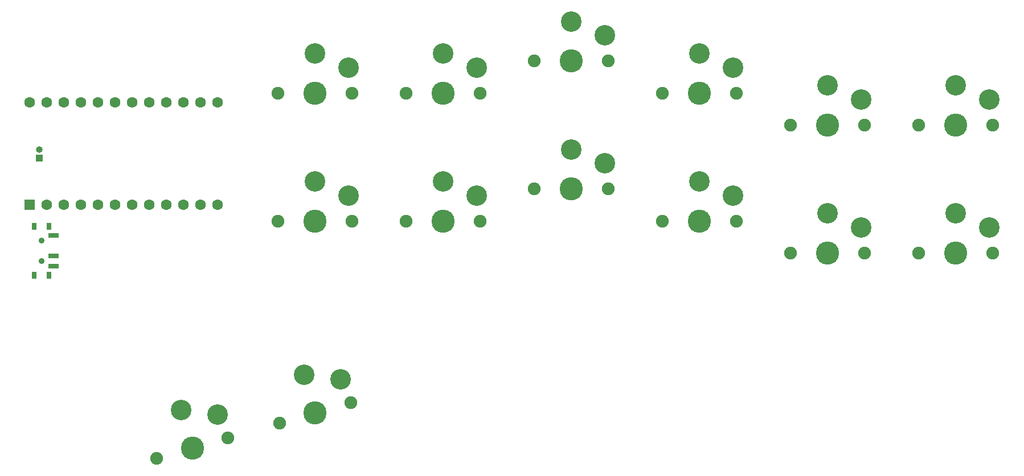
<source format=gbr>
%TF.GenerationSoftware,KiCad,Pcbnew,8.0.0*%
%TF.CreationDate,2024-03-11T23:34:35-04:00*%
%TF.ProjectId,Kiwi MKIII Right,4b697769-204d-44b4-9949-492052696768,rev?*%
%TF.SameCoordinates,Original*%
%TF.FileFunction,Soldermask,Top*%
%TF.FilePolarity,Negative*%
%FSLAX46Y46*%
G04 Gerber Fmt 4.6, Leading zero omitted, Abs format (unit mm)*
G04 Created by KiCad (PCBNEW 8.0.0) date 2024-03-11 23:34:35*
%MOMM*%
%LPD*%
G01*
G04 APERTURE LIST*
%ADD10C,1.900000*%
%ADD11C,3.050000*%
%ADD12C,3.450000*%
%ADD13R,0.800000X1.000000*%
%ADD14C,0.900000*%
%ADD15R,1.500000X0.700000*%
%ADD16R,1.600000X1.600000*%
%ADD17C,1.600000*%
%ADD18R,1.000000X1.000000*%
%ADD19O,1.000000X1.000000*%
G04 APERTURE END LIST*
D10*
%TO.C,SW310*%
X131879300Y-131780200D03*
D11*
X137379300Y-125880200D03*
D12*
X137379300Y-131780200D03*
D11*
X142379300Y-127980200D03*
D10*
X142879300Y-131780200D03*
%TD*%
%TO.C,SW303*%
X150929300Y-117492700D03*
D11*
X156429300Y-111592700D03*
D12*
X156429300Y-117492700D03*
D11*
X161429300Y-113692700D03*
D10*
X161929300Y-117492700D03*
%TD*%
%TO.C,SW302*%
X169979300Y-122255200D03*
D11*
X175479300Y-116355200D03*
D12*
X175479300Y-122255200D03*
D11*
X180479300Y-118455200D03*
D10*
X180979300Y-122255200D03*
%TD*%
%TO.C,SW305*%
X112829300Y-117492700D03*
D11*
X118329300Y-111592700D03*
D12*
X118329300Y-117492700D03*
D11*
X123329300Y-113692700D03*
D10*
X123829300Y-117492700D03*
%TD*%
D13*
%TO.C,SW315*%
X59734293Y-137330200D03*
X57524293Y-137330200D03*
D14*
X58624293Y-139480200D03*
X58624293Y-142480200D03*
D13*
X59734293Y-144630200D03*
X57524293Y-144630200D03*
D15*
X60384293Y-138730200D03*
X60384293Y-141730200D03*
X60384293Y-143230200D03*
%TD*%
D10*
%TO.C,SW304*%
X131879300Y-112730200D03*
D11*
X137379300Y-106830200D03*
D12*
X137379300Y-112730200D03*
D11*
X142379300Y-108930200D03*
D10*
X142879300Y-112730200D03*
%TD*%
%TO.C,SW309*%
X150929300Y-136542700D03*
D11*
X156429300Y-130642700D03*
D12*
X156429300Y-136542700D03*
D11*
X161429300Y-132742700D03*
D10*
X161929300Y-136542700D03*
%TD*%
%TO.C,SW307*%
X189029300Y-141305200D03*
D11*
X194529300Y-135405200D03*
D12*
X194529300Y-141305200D03*
D11*
X199529300Y-137505200D03*
D10*
X200029300Y-141305200D03*
%TD*%
%TO.C,SW311*%
X112829300Y-136542700D03*
D11*
X118329300Y-130642700D03*
D12*
X118329300Y-136542700D03*
D11*
X123329300Y-132742700D03*
D10*
X123829300Y-136542700D03*
%TD*%
%TO.C,SW313*%
X93992361Y-166633705D03*
D11*
X97653040Y-159446256D03*
D12*
X99279300Y-165117700D03*
D11*
X103038187Y-160086719D03*
D10*
X104566239Y-163601695D03*
%TD*%
%TO.C,SW308*%
X169979300Y-141305200D03*
D11*
X175479300Y-135405200D03*
D12*
X175479300Y-141305200D03*
D11*
X180479300Y-137505200D03*
D10*
X180979300Y-141305200D03*
%TD*%
D16*
%TO.C,U301*%
X56859300Y-134162700D03*
D17*
X59399300Y-134162700D03*
X61939300Y-134162700D03*
X64479300Y-134162700D03*
X67019300Y-134162700D03*
X69559300Y-134162700D03*
X72099300Y-134162700D03*
X74639300Y-134162700D03*
X77179300Y-134162700D03*
X79719300Y-134162700D03*
X82259300Y-134162700D03*
X84799300Y-134162700D03*
X84799300Y-118922700D03*
X82259300Y-118922700D03*
X79719300Y-118922700D03*
X77179300Y-118922700D03*
X74639300Y-118922700D03*
X72099300Y-118922700D03*
X69559300Y-118922700D03*
X67019300Y-118922700D03*
X64479300Y-118922700D03*
X61939300Y-118922700D03*
X59399300Y-118922700D03*
X56859300Y-118922700D03*
%TD*%
D10*
%TO.C,SW312*%
X93779300Y-136542700D03*
D11*
X99279300Y-130642700D03*
D12*
X99279300Y-136542700D03*
D11*
X104279300Y-132742700D03*
D10*
X104779300Y-136542700D03*
%TD*%
D18*
%TO.C,BT301*%
X58279293Y-127167700D03*
D19*
X58279293Y-125897700D03*
%TD*%
D10*
%TO.C,SW314*%
X75728389Y-171870815D03*
D11*
X79389068Y-164683366D03*
D12*
X81015328Y-170354810D03*
D11*
X84774215Y-165323829D03*
D10*
X86302267Y-168838805D03*
%TD*%
%TO.C,SW301*%
X189029300Y-122255200D03*
D11*
X194529300Y-116355200D03*
D12*
X194529300Y-122255200D03*
D11*
X199529300Y-118455200D03*
D10*
X200029300Y-122255200D03*
%TD*%
%TO.C,SW306*%
X93779300Y-117492700D03*
D11*
X99279300Y-111592700D03*
D12*
X99279300Y-117492700D03*
D11*
X104279300Y-113692700D03*
D10*
X104779300Y-117492700D03*
%TD*%
M02*

</source>
